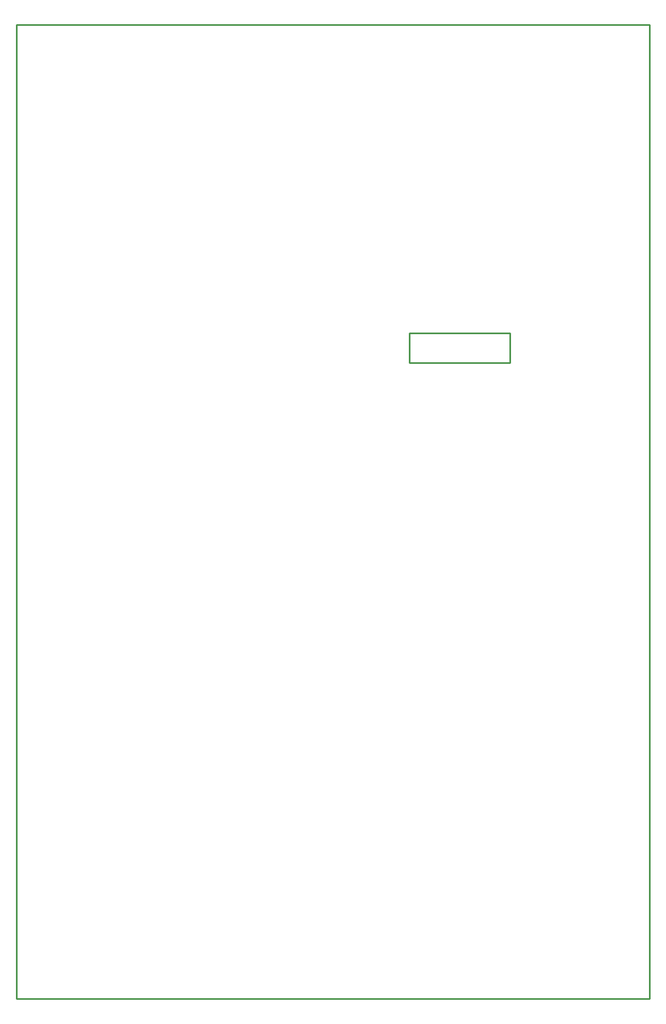
<source format=gm1>
%FSLAX25Y25*%
%MOIN*%
G70*
G01*
G75*
G04 Layer_Color=16711935*
%ADD10C,0.01000*%
%ADD11C,0.02000*%
%ADD12C,0.04000*%
%ADD13C,0.02500*%
%ADD14C,0.00600*%
%ADD15C,0.11811*%
%ADD16C,0.06299*%
%ADD17C,0.05512*%
%ADD18C,0.06000*%
%ADD19O,0.10236X0.15748*%
%ADD20O,0.07874X0.06000*%
%ADD21C,0.19685*%
G04:AMPARAMS|DCode=22|XSize=47.24mil|YSize=80mil|CornerRadius=11.81mil|HoleSize=0mil|Usage=FLASHONLY|Rotation=0.000|XOffset=0mil|YOffset=0mil|HoleType=Round|Shape=RoundedRectangle|*
%AMROUNDEDRECTD22*
21,1,0.04724,0.05638,0,0,0.0*
21,1,0.02362,0.08000,0,0,0.0*
1,1,0.02362,0.01181,-0.02819*
1,1,0.02362,-0.01181,-0.02819*
1,1,0.02362,-0.01181,0.02819*
1,1,0.02362,0.01181,0.02819*
%
%ADD22ROUNDEDRECTD22*%
%ADD23C,0.04724*%
%ADD24O,0.06000X0.04724*%
%ADD25R,0.06000X0.04724*%
%ADD26C,0.05906*%
%ADD27R,0.05906X0.05906*%
%ADD28R,0.05315X0.05315*%
%ADD29C,0.05315*%
%ADD30R,0.05906X0.05906*%
%ADD31C,0.08000*%
%ADD32R,0.05315X0.05315*%
%ADD33R,0.05906X0.05906*%
%ADD34C,0.05906*%
%ADD35C,0.05000*%
%ADD36C,0.03000*%
%ADD37C,0.00800*%
%ADD38C,0.03937*%
%ADD39C,0.03386*%
%ADD40C,0.02362*%
%ADD41C,0.00984*%
%ADD42C,0.00787*%
%ADD43C,0.00500*%
%ADD44C,0.00100*%
%ADD45C,0.03000*%
%ADD46C,0.00799*%
%ADD47R,0.07480X0.03150*%
%ADD48C,0.12611*%
%ADD49C,0.07099*%
%ADD50C,0.06312*%
%ADD51C,0.06800*%
%ADD52O,0.11036X0.16548*%
%ADD53O,0.08674X0.06800*%
%ADD54C,0.20485*%
G04:AMPARAMS|DCode=55|XSize=55.24mil|YSize=88mil|CornerRadius=15.81mil|HoleSize=0mil|Usage=FLASHONLY|Rotation=0.000|XOffset=0mil|YOffset=0mil|HoleType=Round|Shape=RoundedRectangle|*
%AMROUNDEDRECTD55*
21,1,0.05524,0.05638,0,0,0.0*
21,1,0.02362,0.08800,0,0,0.0*
1,1,0.03162,0.01181,-0.02819*
1,1,0.03162,-0.01181,-0.02819*
1,1,0.03162,-0.01181,0.02819*
1,1,0.03162,0.01181,0.02819*
%
%ADD55ROUNDEDRECTD55*%
%ADD56C,0.05524*%
%ADD57O,0.06800X0.05524*%
%ADD58R,0.06800X0.05524*%
%ADD59C,0.06706*%
%ADD60R,0.06706X0.06706*%
%ADD61R,0.06115X0.06115*%
%ADD62C,0.06115*%
%ADD63R,0.06706X0.06706*%
%ADD64C,0.08800*%
%ADD65R,0.06115X0.06115*%
%ADD66R,0.06706X0.06706*%
%ADD67C,0.06706*%
%ADD68C,0.05800*%
%ADD69C,0.03800*%
D10*
X230315Y385827D02*
X291339D01*
X230315D02*
Y403543D01*
X291339D01*
Y385827D02*
Y403543D01*
X-7874Y0D02*
X376000D01*
X-7874D02*
Y590551D01*
X376000D01*
Y0D02*
Y590551D01*
M02*

</source>
